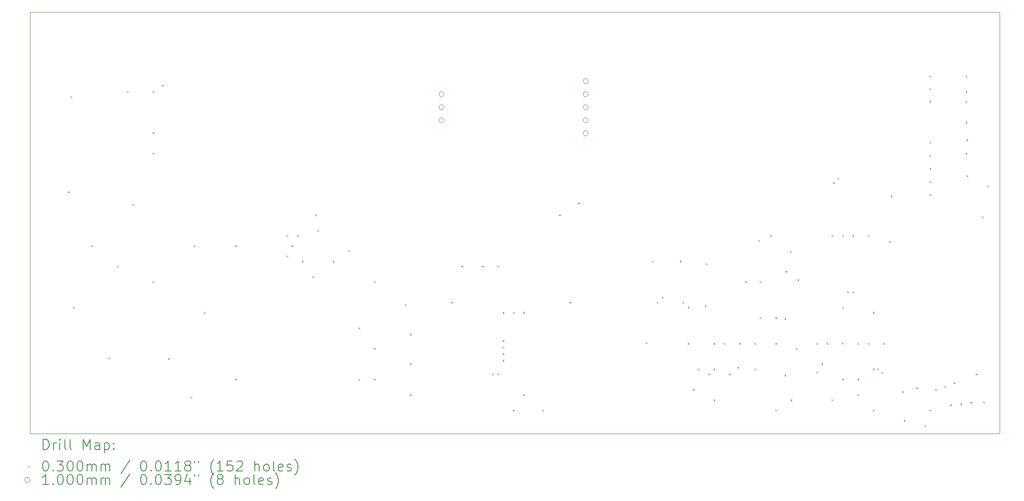
<source format=gbr>
%TF.GenerationSoftware,KiCad,Pcbnew,8.0.9-8.0.9-0~ubuntu22.04.1*%
%TF.CreationDate,2025-06-19T12:15:12-04:00*%
%TF.ProjectId,digital_waters,64696769-7461-46c5-9f77-61746572732e,rev?*%
%TF.SameCoordinates,Original*%
%TF.FileFunction,Drillmap*%
%TF.FilePolarity,Positive*%
%FSLAX45Y45*%
G04 Gerber Fmt 4.5, Leading zero omitted, Abs format (unit mm)*
G04 Created by KiCad (PCBNEW 8.0.9-8.0.9-0~ubuntu22.04.1) date 2025-06-19 12:15:12*
%MOMM*%
%LPD*%
G01*
G04 APERTURE LIST*
%ADD10C,0.050000*%
%ADD11C,0.200000*%
%ADD12C,0.100000*%
G04 APERTURE END LIST*
D10*
X5234733Y-4281882D02*
X24084732Y-4281882D01*
X24084732Y-12481882D01*
X5234733Y-12481882D01*
X5234733Y-4281882D01*
D11*
D12*
X5969732Y-7766882D02*
X5999732Y-7796882D01*
X5999732Y-7766882D02*
X5969732Y-7796882D01*
X6019732Y-5916882D02*
X6049732Y-5946882D01*
X6049732Y-5916882D02*
X6019732Y-5946882D01*
X6069732Y-10016882D02*
X6099732Y-10046882D01*
X6099732Y-10016882D02*
X6069732Y-10046882D01*
X6419732Y-8816882D02*
X6449732Y-8846882D01*
X6449732Y-8816882D02*
X6419732Y-8846882D01*
X6759732Y-11000850D02*
X6789732Y-11030850D01*
X6789732Y-11000850D02*
X6759732Y-11030850D01*
X6919732Y-9216882D02*
X6949732Y-9246882D01*
X6949732Y-9216882D02*
X6919732Y-9246882D01*
X7119732Y-5816882D02*
X7149732Y-5846882D01*
X7149732Y-5816882D02*
X7119732Y-5846882D01*
X7219732Y-8016882D02*
X7249732Y-8046882D01*
X7249732Y-8016882D02*
X7219732Y-8046882D01*
X7619732Y-5816882D02*
X7649732Y-5846882D01*
X7649732Y-5816882D02*
X7619732Y-5846882D01*
X7619732Y-6616882D02*
X7649732Y-6646882D01*
X7649732Y-6616882D02*
X7619732Y-6646882D01*
X7619732Y-7016882D02*
X7649732Y-7046882D01*
X7649732Y-7016882D02*
X7619732Y-7046882D01*
X7619732Y-9516882D02*
X7649732Y-9546882D01*
X7649732Y-9516882D02*
X7619732Y-9546882D01*
X7794732Y-5691882D02*
X7824732Y-5721882D01*
X7824732Y-5691882D02*
X7794732Y-5721882D01*
X7919732Y-11016882D02*
X7949732Y-11046882D01*
X7949732Y-11016882D02*
X7919732Y-11046882D01*
X8357232Y-11766882D02*
X8387232Y-11796882D01*
X8387232Y-11766882D02*
X8357232Y-11796882D01*
X8419733Y-8816882D02*
X8449733Y-8846882D01*
X8449733Y-8816882D02*
X8419733Y-8846882D01*
X8607233Y-10116882D02*
X8637233Y-10146882D01*
X8637233Y-10116882D02*
X8607233Y-10146882D01*
X9219733Y-8816882D02*
X9249733Y-8846882D01*
X9249733Y-8816882D02*
X9219733Y-8846882D01*
X9219733Y-11416882D02*
X9249733Y-11446882D01*
X9249733Y-11416882D02*
X9219733Y-11446882D01*
X10219733Y-8616882D02*
X10249733Y-8646882D01*
X10249733Y-8616882D02*
X10219733Y-8646882D01*
X10219733Y-9016882D02*
X10249733Y-9046882D01*
X10249733Y-9016882D02*
X10219733Y-9046882D01*
X10319733Y-8816882D02*
X10349733Y-8846882D01*
X10349733Y-8816882D02*
X10319733Y-8846882D01*
X10424733Y-8621882D02*
X10454733Y-8651882D01*
X10454733Y-8621882D02*
X10424733Y-8651882D01*
X10519733Y-9116882D02*
X10549733Y-9146882D01*
X10549733Y-9116882D02*
X10519733Y-9146882D01*
X10719733Y-9416882D02*
X10749733Y-9446882D01*
X10749733Y-9416882D02*
X10719733Y-9446882D01*
X10779733Y-8216882D02*
X10809733Y-8246882D01*
X10809733Y-8216882D02*
X10779733Y-8246882D01*
X10819733Y-8516882D02*
X10849733Y-8546882D01*
X10849733Y-8516882D02*
X10819733Y-8546882D01*
X11119733Y-9116882D02*
X11149733Y-9146882D01*
X11149733Y-9116882D02*
X11119733Y-9146882D01*
X11419732Y-8916882D02*
X11449732Y-8946882D01*
X11449732Y-8916882D02*
X11419732Y-8946882D01*
X11619732Y-10416882D02*
X11649732Y-10446882D01*
X11649732Y-10416882D02*
X11619732Y-10446882D01*
X11619732Y-11416882D02*
X11649732Y-11446882D01*
X11649732Y-11416882D02*
X11619732Y-11446882D01*
X11919732Y-9516882D02*
X11949732Y-9546882D01*
X11949732Y-9516882D02*
X11919732Y-9546882D01*
X11919732Y-10816882D02*
X11949732Y-10846882D01*
X11949732Y-10816882D02*
X11919732Y-10846882D01*
X11919732Y-11416882D02*
X11949732Y-11446882D01*
X11949732Y-11416882D02*
X11919732Y-11446882D01*
X12519732Y-9966882D02*
X12549732Y-9996882D01*
X12549732Y-9966882D02*
X12519732Y-9996882D01*
X12619732Y-10542547D02*
X12649732Y-10572547D01*
X12649732Y-10542547D02*
X12619732Y-10572547D01*
X12619732Y-11116882D02*
X12649732Y-11146882D01*
X12649732Y-11116882D02*
X12619732Y-11146882D01*
X12619732Y-11716882D02*
X12649732Y-11746882D01*
X12649732Y-11716882D02*
X12619732Y-11746882D01*
X13419732Y-9916882D02*
X13449732Y-9946882D01*
X13449732Y-9916882D02*
X13419732Y-9946882D01*
X13619732Y-9216882D02*
X13649732Y-9246882D01*
X13649732Y-9216882D02*
X13619732Y-9246882D01*
X14019732Y-9216882D02*
X14049732Y-9246882D01*
X14049732Y-9216882D02*
X14019732Y-9246882D01*
X14219732Y-11316882D02*
X14249732Y-11346882D01*
X14249732Y-11316882D02*
X14219732Y-11346882D01*
X14319732Y-9216882D02*
X14349732Y-9246882D01*
X14349732Y-9216882D02*
X14319732Y-9246882D01*
X14319732Y-11316882D02*
X14349732Y-11346882D01*
X14349732Y-11316882D02*
X14319732Y-11346882D01*
X14418779Y-10793642D02*
X14448779Y-10823642D01*
X14448779Y-10793642D02*
X14418779Y-10823642D01*
X14419732Y-10116882D02*
X14449732Y-10146882D01*
X14449732Y-10116882D02*
X14419732Y-10146882D01*
X14419732Y-10666882D02*
X14449732Y-10696882D01*
X14449732Y-10666882D02*
X14419732Y-10696882D01*
X14419732Y-10920882D02*
X14449732Y-10950882D01*
X14449732Y-10920882D02*
X14419732Y-10950882D01*
X14419732Y-11047882D02*
X14449732Y-11077882D01*
X14449732Y-11047882D02*
X14419732Y-11077882D01*
X14619732Y-10116882D02*
X14649732Y-10146882D01*
X14649732Y-10116882D02*
X14619732Y-10146882D01*
X14619732Y-12016882D02*
X14649732Y-12046882D01*
X14649732Y-12016882D02*
X14619732Y-12046882D01*
X14819732Y-10116882D02*
X14849732Y-10146882D01*
X14849732Y-10116882D02*
X14819732Y-10146882D01*
X14819732Y-11716882D02*
X14849732Y-11746882D01*
X14849732Y-11716882D02*
X14819732Y-11746882D01*
X15191940Y-12016882D02*
X15221940Y-12046882D01*
X15221940Y-12016882D02*
X15191940Y-12046882D01*
X15519732Y-8216882D02*
X15549732Y-8246882D01*
X15549732Y-8216882D02*
X15519732Y-8246882D01*
X15719732Y-9916882D02*
X15749732Y-9946882D01*
X15749732Y-9916882D02*
X15719732Y-9946882D01*
X15889732Y-7986882D02*
X15919732Y-8016882D01*
X15919732Y-7986882D02*
X15889732Y-8016882D01*
X17207000Y-10704149D02*
X17237000Y-10734149D01*
X17237000Y-10704149D02*
X17207000Y-10734149D01*
X17319733Y-9116882D02*
X17349733Y-9146882D01*
X17349733Y-9116882D02*
X17319733Y-9146882D01*
X17419733Y-9916882D02*
X17449733Y-9946882D01*
X17449733Y-9916882D02*
X17419733Y-9946882D01*
X17519733Y-9816882D02*
X17549733Y-9846882D01*
X17549733Y-9816882D02*
X17519733Y-9846882D01*
X17866295Y-9116882D02*
X17896295Y-9146882D01*
X17896295Y-9116882D02*
X17866295Y-9146882D01*
X17919733Y-9916882D02*
X17949733Y-9946882D01*
X17949733Y-9916882D02*
X17919733Y-9946882D01*
X18019733Y-10016882D02*
X18049733Y-10046882D01*
X18049733Y-10016882D02*
X18019733Y-10046882D01*
X18019733Y-10716882D02*
X18049733Y-10746882D01*
X18049733Y-10716882D02*
X18019733Y-10746882D01*
X18119733Y-11616882D02*
X18149733Y-11646882D01*
X18149733Y-11616882D02*
X18119733Y-11646882D01*
X18219733Y-11216882D02*
X18249733Y-11246882D01*
X18249733Y-11216882D02*
X18219733Y-11246882D01*
X18349648Y-9986966D02*
X18379648Y-10016966D01*
X18379648Y-9986966D02*
X18349648Y-10016966D01*
X18369733Y-9166882D02*
X18399733Y-9196882D01*
X18399733Y-9166882D02*
X18369733Y-9196882D01*
X18419733Y-11316882D02*
X18449733Y-11346882D01*
X18449733Y-11316882D02*
X18419733Y-11346882D01*
X18519733Y-10716882D02*
X18549733Y-10746882D01*
X18549733Y-10716882D02*
X18519733Y-10746882D01*
X18519733Y-11216882D02*
X18549733Y-11246882D01*
X18549733Y-11216882D02*
X18519733Y-11246882D01*
X18519733Y-11816882D02*
X18549733Y-11846882D01*
X18549733Y-11816882D02*
X18519733Y-11846882D01*
X18719733Y-10716882D02*
X18749733Y-10746882D01*
X18749733Y-10716882D02*
X18719733Y-10746882D01*
X18819733Y-11316882D02*
X18849733Y-11346882D01*
X18849733Y-11316882D02*
X18819733Y-11346882D01*
X18985000Y-11182149D02*
X19015000Y-11212149D01*
X19015000Y-11182149D02*
X18985000Y-11212149D01*
X19019733Y-10716882D02*
X19049733Y-10746882D01*
X19049733Y-10716882D02*
X19019733Y-10746882D01*
X19136295Y-9516882D02*
X19166295Y-9546882D01*
X19166295Y-9516882D02*
X19136295Y-9546882D01*
X19319733Y-10716882D02*
X19349733Y-10746882D01*
X19349733Y-10716882D02*
X19319733Y-10746882D01*
X19319733Y-11216882D02*
X19349733Y-11246882D01*
X19349733Y-11216882D02*
X19319733Y-11246882D01*
X19390295Y-8716882D02*
X19420295Y-8746882D01*
X19420295Y-8716882D02*
X19390295Y-8746882D01*
X19419733Y-9516882D02*
X19449733Y-9546882D01*
X19449733Y-9516882D02*
X19419733Y-9546882D01*
X19419733Y-10216882D02*
X19449733Y-10246882D01*
X19449733Y-10216882D02*
X19419733Y-10246882D01*
X19619733Y-8616882D02*
X19649733Y-8646882D01*
X19649733Y-8616882D02*
X19619733Y-8646882D01*
X19719733Y-10216882D02*
X19749733Y-10246882D01*
X19749733Y-10216882D02*
X19719733Y-10246882D01*
X19719733Y-10716882D02*
X19749733Y-10746882D01*
X19749733Y-10716882D02*
X19719733Y-10746882D01*
X19719733Y-12016882D02*
X19749733Y-12046882D01*
X19749733Y-12016882D02*
X19719733Y-12046882D01*
X19898702Y-10237912D02*
X19928702Y-10267912D01*
X19928702Y-10237912D02*
X19898702Y-10267912D01*
X19898702Y-11337912D02*
X19928702Y-11367912D01*
X19928702Y-11337912D02*
X19898702Y-11367912D01*
X19919234Y-9316882D02*
X19949234Y-9346882D01*
X19949234Y-9316882D02*
X19919234Y-9346882D01*
X20008432Y-8928182D02*
X20038432Y-8958182D01*
X20038432Y-8928182D02*
X20008432Y-8958182D01*
X20019733Y-11816882D02*
X20049733Y-11846882D01*
X20049733Y-11816882D02*
X20019733Y-11846882D01*
X20119733Y-10816882D02*
X20149733Y-10846882D01*
X20149733Y-10816882D02*
X20119733Y-10846882D01*
X20152295Y-9484319D02*
X20182295Y-9514319D01*
X20182295Y-9484319D02*
X20152295Y-9514319D01*
X20519733Y-10716882D02*
X20549733Y-10746882D01*
X20549733Y-10716882D02*
X20519733Y-10746882D01*
X20519733Y-11276882D02*
X20549733Y-11306882D01*
X20549733Y-11276882D02*
X20519733Y-11306882D01*
X20619733Y-11116882D02*
X20649733Y-11146882D01*
X20649733Y-11116882D02*
X20619733Y-11146882D01*
X20719733Y-10716882D02*
X20749733Y-10746882D01*
X20749733Y-10716882D02*
X20719733Y-10746882D01*
X20819733Y-8616882D02*
X20849733Y-8646882D01*
X20849733Y-8616882D02*
X20819733Y-8646882D01*
X20819733Y-11816882D02*
X20849733Y-11846882D01*
X20849733Y-11816882D02*
X20819733Y-11846882D01*
X20845233Y-7591382D02*
X20875233Y-7621382D01*
X20875233Y-7591382D02*
X20845233Y-7621382D01*
X20926010Y-7510604D02*
X20956010Y-7540604D01*
X20956010Y-7510604D02*
X20926010Y-7540604D01*
X21017000Y-10714149D02*
X21047000Y-10744149D01*
X21047000Y-10714149D02*
X21017000Y-10744149D01*
X21019733Y-8616882D02*
X21049733Y-8646882D01*
X21049733Y-8616882D02*
X21019733Y-8646882D01*
X21019733Y-10016882D02*
X21049733Y-10046882D01*
X21049733Y-10016882D02*
X21019733Y-10046882D01*
X21019733Y-11416882D02*
X21049733Y-11446882D01*
X21049733Y-11416882D02*
X21019733Y-11446882D01*
X21119733Y-9716882D02*
X21149733Y-9746882D01*
X21149733Y-9716882D02*
X21119733Y-9746882D01*
X21219733Y-8616882D02*
X21249733Y-8646882D01*
X21249733Y-8616882D02*
X21219733Y-8646882D01*
X21219733Y-9716882D02*
X21249733Y-9746882D01*
X21249733Y-9716882D02*
X21219733Y-9746882D01*
X21319733Y-10716882D02*
X21349733Y-10746882D01*
X21349733Y-10716882D02*
X21319733Y-10746882D01*
X21319733Y-11716882D02*
X21349733Y-11746882D01*
X21349733Y-11716882D02*
X21319733Y-11746882D01*
X21320068Y-11411353D02*
X21350068Y-11441353D01*
X21350068Y-11411353D02*
X21320068Y-11441353D01*
X21519733Y-8616882D02*
X21549733Y-8646882D01*
X21549733Y-8616882D02*
X21519733Y-8646882D01*
X21519733Y-10716882D02*
X21549733Y-10746882D01*
X21549733Y-10716882D02*
X21519733Y-10746882D01*
X21619733Y-10116882D02*
X21649733Y-10146882D01*
X21649733Y-10116882D02*
X21619733Y-10146882D01*
X21619733Y-11216882D02*
X21649733Y-11246882D01*
X21649733Y-11216882D02*
X21619733Y-11246882D01*
X21619733Y-12016882D02*
X21649733Y-12046882D01*
X21649733Y-12016882D02*
X21619733Y-12046882D01*
X21702159Y-11214455D02*
X21732159Y-11244455D01*
X21732159Y-11214455D02*
X21702159Y-11244455D01*
X21785000Y-11285000D02*
X21815000Y-11315000D01*
X21815000Y-11285000D02*
X21785000Y-11315000D01*
X21819733Y-10716882D02*
X21849733Y-10746882D01*
X21849733Y-10716882D02*
X21819733Y-10746882D01*
X21930312Y-8739048D02*
X21960312Y-8769048D01*
X21960312Y-8739048D02*
X21930312Y-8769048D01*
X21963483Y-7850132D02*
X21993483Y-7880132D01*
X21993483Y-7850132D02*
X21963483Y-7880132D01*
X22185000Y-11656882D02*
X22215000Y-11686882D01*
X22215000Y-11656882D02*
X22185000Y-11686882D01*
X22219733Y-12216882D02*
X22249733Y-12246882D01*
X22249733Y-12216882D02*
X22219733Y-12246882D01*
X22460528Y-11585000D02*
X22490528Y-11615000D01*
X22490528Y-11585000D02*
X22460528Y-11615000D01*
X22619732Y-12316882D02*
X22649732Y-12346882D01*
X22649732Y-12316882D02*
X22619732Y-12346882D01*
X22719732Y-5516882D02*
X22749732Y-5546882D01*
X22749732Y-5516882D02*
X22719732Y-5546882D01*
X22719732Y-5762882D02*
X22749732Y-5792882D01*
X22749732Y-5762882D02*
X22719732Y-5792882D01*
X22719732Y-6003215D02*
X22749732Y-6033215D01*
X22749732Y-6003215D02*
X22719732Y-6033215D01*
X22719732Y-6800882D02*
X22749732Y-6830882D01*
X22749732Y-6800882D02*
X22719732Y-6830882D01*
X22719732Y-7054882D02*
X22749732Y-7084882D01*
X22749732Y-7054882D02*
X22719732Y-7084882D01*
X22719732Y-7316882D02*
X22749732Y-7346882D01*
X22749732Y-7316882D02*
X22719732Y-7346882D01*
X22719732Y-7572913D02*
X22749732Y-7602913D01*
X22749732Y-7572913D02*
X22719732Y-7602913D01*
X22719732Y-7816882D02*
X22749732Y-7846882D01*
X22749732Y-7816882D02*
X22719732Y-7846882D01*
X22719732Y-12016882D02*
X22749732Y-12046882D01*
X22749732Y-12016882D02*
X22719732Y-12046882D01*
X22828978Y-11610980D02*
X22858978Y-11640980D01*
X22858978Y-11610980D02*
X22828978Y-11640980D01*
X23008800Y-11556882D02*
X23038800Y-11586882D01*
X23038800Y-11556882D02*
X23008800Y-11586882D01*
X23119732Y-11916882D02*
X23149732Y-11946882D01*
X23149732Y-11916882D02*
X23119732Y-11946882D01*
X23190765Y-11485000D02*
X23220765Y-11515000D01*
X23220765Y-11485000D02*
X23190765Y-11515000D01*
X23319732Y-11896474D02*
X23349732Y-11926474D01*
X23349732Y-11896474D02*
X23319732Y-11926474D01*
X23419732Y-5516882D02*
X23449732Y-5546882D01*
X23449732Y-5516882D02*
X23419732Y-5546882D01*
X23419732Y-5816882D02*
X23449732Y-5846882D01*
X23449732Y-5816882D02*
X23419732Y-5846882D01*
X23419732Y-6016882D02*
X23449732Y-6046882D01*
X23449732Y-6016882D02*
X23419732Y-6046882D01*
X23419732Y-6416882D02*
X23449732Y-6446882D01*
X23449732Y-6416882D02*
X23419732Y-6446882D01*
X23419732Y-7016882D02*
X23449732Y-7046882D01*
X23449732Y-7016882D02*
X23419732Y-7046882D01*
X23438732Y-6754882D02*
X23468732Y-6784882D01*
X23468732Y-6754882D02*
X23438732Y-6784882D01*
X23438732Y-7454882D02*
X23468732Y-7484882D01*
X23468732Y-7454882D02*
X23438732Y-7484882D01*
X23519732Y-11866686D02*
X23549732Y-11896686D01*
X23549732Y-11866686D02*
X23519732Y-11896686D01*
X23619732Y-11316882D02*
X23649732Y-11346882D01*
X23649732Y-11316882D02*
X23619732Y-11346882D01*
X23738732Y-8254882D02*
X23768732Y-8284882D01*
X23768732Y-8254882D02*
X23738732Y-8284882D01*
X23763813Y-11860962D02*
X23793813Y-11890962D01*
X23793813Y-11860962D02*
X23763813Y-11890962D01*
X23838732Y-7654882D02*
X23868732Y-7684882D01*
X23868732Y-7654882D02*
X23838732Y-7684882D01*
X13284732Y-5877882D02*
G75*
G02*
X13184732Y-5877882I-50000J0D01*
G01*
X13184732Y-5877882D02*
G75*
G02*
X13284732Y-5877882I50000J0D01*
G01*
X13284732Y-6131882D02*
G75*
G02*
X13184732Y-6131882I-50000J0D01*
G01*
X13184732Y-6131882D02*
G75*
G02*
X13284732Y-6131882I50000J0D01*
G01*
X13284732Y-6385882D02*
G75*
G02*
X13184732Y-6385882I-50000J0D01*
G01*
X13184732Y-6385882D02*
G75*
G02*
X13284732Y-6385882I50000J0D01*
G01*
X16087232Y-5623882D02*
G75*
G02*
X15987232Y-5623882I-50000J0D01*
G01*
X15987232Y-5623882D02*
G75*
G02*
X16087232Y-5623882I50000J0D01*
G01*
X16087232Y-5877882D02*
G75*
G02*
X15987232Y-5877882I-50000J0D01*
G01*
X15987232Y-5877882D02*
G75*
G02*
X16087232Y-5877882I50000J0D01*
G01*
X16087232Y-6131882D02*
G75*
G02*
X15987232Y-6131882I-50000J0D01*
G01*
X15987232Y-6131882D02*
G75*
G02*
X16087232Y-6131882I50000J0D01*
G01*
X16087232Y-6385882D02*
G75*
G02*
X15987232Y-6385882I-50000J0D01*
G01*
X15987232Y-6385882D02*
G75*
G02*
X16087232Y-6385882I50000J0D01*
G01*
X16087232Y-6639882D02*
G75*
G02*
X15987232Y-6639882I-50000J0D01*
G01*
X15987232Y-6639882D02*
G75*
G02*
X16087232Y-6639882I50000J0D01*
G01*
D11*
X5493009Y-12795865D02*
X5493009Y-12595865D01*
X5493009Y-12595865D02*
X5540628Y-12595865D01*
X5540628Y-12595865D02*
X5569200Y-12605389D01*
X5569200Y-12605389D02*
X5588247Y-12624437D01*
X5588247Y-12624437D02*
X5597771Y-12643484D01*
X5597771Y-12643484D02*
X5607295Y-12681580D01*
X5607295Y-12681580D02*
X5607295Y-12710151D01*
X5607295Y-12710151D02*
X5597771Y-12748246D01*
X5597771Y-12748246D02*
X5588247Y-12767294D01*
X5588247Y-12767294D02*
X5569200Y-12786342D01*
X5569200Y-12786342D02*
X5540628Y-12795865D01*
X5540628Y-12795865D02*
X5493009Y-12795865D01*
X5693009Y-12795865D02*
X5693009Y-12662532D01*
X5693009Y-12700627D02*
X5702533Y-12681580D01*
X5702533Y-12681580D02*
X5712057Y-12672056D01*
X5712057Y-12672056D02*
X5731104Y-12662532D01*
X5731104Y-12662532D02*
X5750152Y-12662532D01*
X5816819Y-12795865D02*
X5816819Y-12662532D01*
X5816819Y-12595865D02*
X5807295Y-12605389D01*
X5807295Y-12605389D02*
X5816819Y-12614913D01*
X5816819Y-12614913D02*
X5826343Y-12605389D01*
X5826343Y-12605389D02*
X5816819Y-12595865D01*
X5816819Y-12595865D02*
X5816819Y-12614913D01*
X5940628Y-12795865D02*
X5921581Y-12786342D01*
X5921581Y-12786342D02*
X5912057Y-12767294D01*
X5912057Y-12767294D02*
X5912057Y-12595865D01*
X6045390Y-12795865D02*
X6026343Y-12786342D01*
X6026343Y-12786342D02*
X6016819Y-12767294D01*
X6016819Y-12767294D02*
X6016819Y-12595865D01*
X6273962Y-12795865D02*
X6273962Y-12595865D01*
X6273962Y-12595865D02*
X6340628Y-12738722D01*
X6340628Y-12738722D02*
X6407295Y-12595865D01*
X6407295Y-12595865D02*
X6407295Y-12795865D01*
X6588247Y-12795865D02*
X6588247Y-12691103D01*
X6588247Y-12691103D02*
X6578724Y-12672056D01*
X6578724Y-12672056D02*
X6559676Y-12662532D01*
X6559676Y-12662532D02*
X6521581Y-12662532D01*
X6521581Y-12662532D02*
X6502533Y-12672056D01*
X6588247Y-12786342D02*
X6569200Y-12795865D01*
X6569200Y-12795865D02*
X6521581Y-12795865D01*
X6521581Y-12795865D02*
X6502533Y-12786342D01*
X6502533Y-12786342D02*
X6493009Y-12767294D01*
X6493009Y-12767294D02*
X6493009Y-12748246D01*
X6493009Y-12748246D02*
X6502533Y-12729199D01*
X6502533Y-12729199D02*
X6521581Y-12719675D01*
X6521581Y-12719675D02*
X6569200Y-12719675D01*
X6569200Y-12719675D02*
X6588247Y-12710151D01*
X6683485Y-12662532D02*
X6683485Y-12862532D01*
X6683485Y-12672056D02*
X6702533Y-12662532D01*
X6702533Y-12662532D02*
X6740628Y-12662532D01*
X6740628Y-12662532D02*
X6759676Y-12672056D01*
X6759676Y-12672056D02*
X6769200Y-12681580D01*
X6769200Y-12681580D02*
X6778724Y-12700627D01*
X6778724Y-12700627D02*
X6778724Y-12757770D01*
X6778724Y-12757770D02*
X6769200Y-12776818D01*
X6769200Y-12776818D02*
X6759676Y-12786342D01*
X6759676Y-12786342D02*
X6740628Y-12795865D01*
X6740628Y-12795865D02*
X6702533Y-12795865D01*
X6702533Y-12795865D02*
X6683485Y-12786342D01*
X6864438Y-12776818D02*
X6873962Y-12786342D01*
X6873962Y-12786342D02*
X6864438Y-12795865D01*
X6864438Y-12795865D02*
X6854914Y-12786342D01*
X6854914Y-12786342D02*
X6864438Y-12776818D01*
X6864438Y-12776818D02*
X6864438Y-12795865D01*
X6864438Y-12672056D02*
X6873962Y-12681580D01*
X6873962Y-12681580D02*
X6864438Y-12691103D01*
X6864438Y-12691103D02*
X6854914Y-12681580D01*
X6854914Y-12681580D02*
X6864438Y-12672056D01*
X6864438Y-12672056D02*
X6864438Y-12691103D01*
D12*
X5202233Y-13109382D02*
X5232233Y-13139382D01*
X5232233Y-13109382D02*
X5202233Y-13139382D01*
D11*
X5531105Y-13015865D02*
X5550152Y-13015865D01*
X5550152Y-13015865D02*
X5569200Y-13025389D01*
X5569200Y-13025389D02*
X5578724Y-13034913D01*
X5578724Y-13034913D02*
X5588247Y-13053961D01*
X5588247Y-13053961D02*
X5597771Y-13092056D01*
X5597771Y-13092056D02*
X5597771Y-13139675D01*
X5597771Y-13139675D02*
X5588247Y-13177770D01*
X5588247Y-13177770D02*
X5578724Y-13196818D01*
X5578724Y-13196818D02*
X5569200Y-13206342D01*
X5569200Y-13206342D02*
X5550152Y-13215865D01*
X5550152Y-13215865D02*
X5531105Y-13215865D01*
X5531105Y-13215865D02*
X5512057Y-13206342D01*
X5512057Y-13206342D02*
X5502533Y-13196818D01*
X5502533Y-13196818D02*
X5493009Y-13177770D01*
X5493009Y-13177770D02*
X5483486Y-13139675D01*
X5483486Y-13139675D02*
X5483486Y-13092056D01*
X5483486Y-13092056D02*
X5493009Y-13053961D01*
X5493009Y-13053961D02*
X5502533Y-13034913D01*
X5502533Y-13034913D02*
X5512057Y-13025389D01*
X5512057Y-13025389D02*
X5531105Y-13015865D01*
X5683485Y-13196818D02*
X5693009Y-13206342D01*
X5693009Y-13206342D02*
X5683485Y-13215865D01*
X5683485Y-13215865D02*
X5673962Y-13206342D01*
X5673962Y-13206342D02*
X5683485Y-13196818D01*
X5683485Y-13196818D02*
X5683485Y-13215865D01*
X5759676Y-13015865D02*
X5883485Y-13015865D01*
X5883485Y-13015865D02*
X5816819Y-13092056D01*
X5816819Y-13092056D02*
X5845390Y-13092056D01*
X5845390Y-13092056D02*
X5864438Y-13101580D01*
X5864438Y-13101580D02*
X5873962Y-13111103D01*
X5873962Y-13111103D02*
X5883485Y-13130151D01*
X5883485Y-13130151D02*
X5883485Y-13177770D01*
X5883485Y-13177770D02*
X5873962Y-13196818D01*
X5873962Y-13196818D02*
X5864438Y-13206342D01*
X5864438Y-13206342D02*
X5845390Y-13215865D01*
X5845390Y-13215865D02*
X5788247Y-13215865D01*
X5788247Y-13215865D02*
X5769200Y-13206342D01*
X5769200Y-13206342D02*
X5759676Y-13196818D01*
X6007295Y-13015865D02*
X6026343Y-13015865D01*
X6026343Y-13015865D02*
X6045390Y-13025389D01*
X6045390Y-13025389D02*
X6054914Y-13034913D01*
X6054914Y-13034913D02*
X6064438Y-13053961D01*
X6064438Y-13053961D02*
X6073962Y-13092056D01*
X6073962Y-13092056D02*
X6073962Y-13139675D01*
X6073962Y-13139675D02*
X6064438Y-13177770D01*
X6064438Y-13177770D02*
X6054914Y-13196818D01*
X6054914Y-13196818D02*
X6045390Y-13206342D01*
X6045390Y-13206342D02*
X6026343Y-13215865D01*
X6026343Y-13215865D02*
X6007295Y-13215865D01*
X6007295Y-13215865D02*
X5988247Y-13206342D01*
X5988247Y-13206342D02*
X5978724Y-13196818D01*
X5978724Y-13196818D02*
X5969200Y-13177770D01*
X5969200Y-13177770D02*
X5959676Y-13139675D01*
X5959676Y-13139675D02*
X5959676Y-13092056D01*
X5959676Y-13092056D02*
X5969200Y-13053961D01*
X5969200Y-13053961D02*
X5978724Y-13034913D01*
X5978724Y-13034913D02*
X5988247Y-13025389D01*
X5988247Y-13025389D02*
X6007295Y-13015865D01*
X6197771Y-13015865D02*
X6216819Y-13015865D01*
X6216819Y-13015865D02*
X6235866Y-13025389D01*
X6235866Y-13025389D02*
X6245390Y-13034913D01*
X6245390Y-13034913D02*
X6254914Y-13053961D01*
X6254914Y-13053961D02*
X6264438Y-13092056D01*
X6264438Y-13092056D02*
X6264438Y-13139675D01*
X6264438Y-13139675D02*
X6254914Y-13177770D01*
X6254914Y-13177770D02*
X6245390Y-13196818D01*
X6245390Y-13196818D02*
X6235866Y-13206342D01*
X6235866Y-13206342D02*
X6216819Y-13215865D01*
X6216819Y-13215865D02*
X6197771Y-13215865D01*
X6197771Y-13215865D02*
X6178724Y-13206342D01*
X6178724Y-13206342D02*
X6169200Y-13196818D01*
X6169200Y-13196818D02*
X6159676Y-13177770D01*
X6159676Y-13177770D02*
X6150152Y-13139675D01*
X6150152Y-13139675D02*
X6150152Y-13092056D01*
X6150152Y-13092056D02*
X6159676Y-13053961D01*
X6159676Y-13053961D02*
X6169200Y-13034913D01*
X6169200Y-13034913D02*
X6178724Y-13025389D01*
X6178724Y-13025389D02*
X6197771Y-13015865D01*
X6350152Y-13215865D02*
X6350152Y-13082532D01*
X6350152Y-13101580D02*
X6359676Y-13092056D01*
X6359676Y-13092056D02*
X6378724Y-13082532D01*
X6378724Y-13082532D02*
X6407295Y-13082532D01*
X6407295Y-13082532D02*
X6426343Y-13092056D01*
X6426343Y-13092056D02*
X6435866Y-13111103D01*
X6435866Y-13111103D02*
X6435866Y-13215865D01*
X6435866Y-13111103D02*
X6445390Y-13092056D01*
X6445390Y-13092056D02*
X6464438Y-13082532D01*
X6464438Y-13082532D02*
X6493009Y-13082532D01*
X6493009Y-13082532D02*
X6512057Y-13092056D01*
X6512057Y-13092056D02*
X6521581Y-13111103D01*
X6521581Y-13111103D02*
X6521581Y-13215865D01*
X6616819Y-13215865D02*
X6616819Y-13082532D01*
X6616819Y-13101580D02*
X6626343Y-13092056D01*
X6626343Y-13092056D02*
X6645390Y-13082532D01*
X6645390Y-13082532D02*
X6673962Y-13082532D01*
X6673962Y-13082532D02*
X6693009Y-13092056D01*
X6693009Y-13092056D02*
X6702533Y-13111103D01*
X6702533Y-13111103D02*
X6702533Y-13215865D01*
X6702533Y-13111103D02*
X6712057Y-13092056D01*
X6712057Y-13092056D02*
X6731105Y-13082532D01*
X6731105Y-13082532D02*
X6759676Y-13082532D01*
X6759676Y-13082532D02*
X6778724Y-13092056D01*
X6778724Y-13092056D02*
X6788247Y-13111103D01*
X6788247Y-13111103D02*
X6788247Y-13215865D01*
X7178724Y-13006342D02*
X7007295Y-13263484D01*
X7435867Y-13015865D02*
X7454914Y-13015865D01*
X7454914Y-13015865D02*
X7473962Y-13025389D01*
X7473962Y-13025389D02*
X7483486Y-13034913D01*
X7483486Y-13034913D02*
X7493009Y-13053961D01*
X7493009Y-13053961D02*
X7502533Y-13092056D01*
X7502533Y-13092056D02*
X7502533Y-13139675D01*
X7502533Y-13139675D02*
X7493009Y-13177770D01*
X7493009Y-13177770D02*
X7483486Y-13196818D01*
X7483486Y-13196818D02*
X7473962Y-13206342D01*
X7473962Y-13206342D02*
X7454914Y-13215865D01*
X7454914Y-13215865D02*
X7435867Y-13215865D01*
X7435867Y-13215865D02*
X7416819Y-13206342D01*
X7416819Y-13206342D02*
X7407295Y-13196818D01*
X7407295Y-13196818D02*
X7397771Y-13177770D01*
X7397771Y-13177770D02*
X7388248Y-13139675D01*
X7388248Y-13139675D02*
X7388248Y-13092056D01*
X7388248Y-13092056D02*
X7397771Y-13053961D01*
X7397771Y-13053961D02*
X7407295Y-13034913D01*
X7407295Y-13034913D02*
X7416819Y-13025389D01*
X7416819Y-13025389D02*
X7435867Y-13015865D01*
X7588248Y-13196818D02*
X7597771Y-13206342D01*
X7597771Y-13206342D02*
X7588248Y-13215865D01*
X7588248Y-13215865D02*
X7578724Y-13206342D01*
X7578724Y-13206342D02*
X7588248Y-13196818D01*
X7588248Y-13196818D02*
X7588248Y-13215865D01*
X7721581Y-13015865D02*
X7740629Y-13015865D01*
X7740629Y-13015865D02*
X7759676Y-13025389D01*
X7759676Y-13025389D02*
X7769200Y-13034913D01*
X7769200Y-13034913D02*
X7778724Y-13053961D01*
X7778724Y-13053961D02*
X7788248Y-13092056D01*
X7788248Y-13092056D02*
X7788248Y-13139675D01*
X7788248Y-13139675D02*
X7778724Y-13177770D01*
X7778724Y-13177770D02*
X7769200Y-13196818D01*
X7769200Y-13196818D02*
X7759676Y-13206342D01*
X7759676Y-13206342D02*
X7740629Y-13215865D01*
X7740629Y-13215865D02*
X7721581Y-13215865D01*
X7721581Y-13215865D02*
X7702533Y-13206342D01*
X7702533Y-13206342D02*
X7693009Y-13196818D01*
X7693009Y-13196818D02*
X7683486Y-13177770D01*
X7683486Y-13177770D02*
X7673962Y-13139675D01*
X7673962Y-13139675D02*
X7673962Y-13092056D01*
X7673962Y-13092056D02*
X7683486Y-13053961D01*
X7683486Y-13053961D02*
X7693009Y-13034913D01*
X7693009Y-13034913D02*
X7702533Y-13025389D01*
X7702533Y-13025389D02*
X7721581Y-13015865D01*
X7978724Y-13215865D02*
X7864438Y-13215865D01*
X7921581Y-13215865D02*
X7921581Y-13015865D01*
X7921581Y-13015865D02*
X7902533Y-13044437D01*
X7902533Y-13044437D02*
X7883486Y-13063484D01*
X7883486Y-13063484D02*
X7864438Y-13073008D01*
X8169200Y-13215865D02*
X8054914Y-13215865D01*
X8112057Y-13215865D02*
X8112057Y-13015865D01*
X8112057Y-13015865D02*
X8093009Y-13044437D01*
X8093009Y-13044437D02*
X8073962Y-13063484D01*
X8073962Y-13063484D02*
X8054914Y-13073008D01*
X8283486Y-13101580D02*
X8264438Y-13092056D01*
X8264438Y-13092056D02*
X8254914Y-13082532D01*
X8254914Y-13082532D02*
X8245390Y-13063484D01*
X8245390Y-13063484D02*
X8245390Y-13053961D01*
X8245390Y-13053961D02*
X8254914Y-13034913D01*
X8254914Y-13034913D02*
X8264438Y-13025389D01*
X8264438Y-13025389D02*
X8283486Y-13015865D01*
X8283486Y-13015865D02*
X8321581Y-13015865D01*
X8321581Y-13015865D02*
X8340629Y-13025389D01*
X8340629Y-13025389D02*
X8350152Y-13034913D01*
X8350152Y-13034913D02*
X8359676Y-13053961D01*
X8359676Y-13053961D02*
X8359676Y-13063484D01*
X8359676Y-13063484D02*
X8350152Y-13082532D01*
X8350152Y-13082532D02*
X8340629Y-13092056D01*
X8340629Y-13092056D02*
X8321581Y-13101580D01*
X8321581Y-13101580D02*
X8283486Y-13101580D01*
X8283486Y-13101580D02*
X8264438Y-13111103D01*
X8264438Y-13111103D02*
X8254914Y-13120627D01*
X8254914Y-13120627D02*
X8245390Y-13139675D01*
X8245390Y-13139675D02*
X8245390Y-13177770D01*
X8245390Y-13177770D02*
X8254914Y-13196818D01*
X8254914Y-13196818D02*
X8264438Y-13206342D01*
X8264438Y-13206342D02*
X8283486Y-13215865D01*
X8283486Y-13215865D02*
X8321581Y-13215865D01*
X8321581Y-13215865D02*
X8340629Y-13206342D01*
X8340629Y-13206342D02*
X8350152Y-13196818D01*
X8350152Y-13196818D02*
X8359676Y-13177770D01*
X8359676Y-13177770D02*
X8359676Y-13139675D01*
X8359676Y-13139675D02*
X8350152Y-13120627D01*
X8350152Y-13120627D02*
X8340629Y-13111103D01*
X8340629Y-13111103D02*
X8321581Y-13101580D01*
X8435867Y-13015865D02*
X8435867Y-13053961D01*
X8512057Y-13015865D02*
X8512057Y-13053961D01*
X8807295Y-13292056D02*
X8797772Y-13282532D01*
X8797772Y-13282532D02*
X8778724Y-13253961D01*
X8778724Y-13253961D02*
X8769200Y-13234913D01*
X8769200Y-13234913D02*
X8759676Y-13206342D01*
X8759676Y-13206342D02*
X8750153Y-13158722D01*
X8750153Y-13158722D02*
X8750153Y-13120627D01*
X8750153Y-13120627D02*
X8759676Y-13073008D01*
X8759676Y-13073008D02*
X8769200Y-13044437D01*
X8769200Y-13044437D02*
X8778724Y-13025389D01*
X8778724Y-13025389D02*
X8797772Y-12996818D01*
X8797772Y-12996818D02*
X8807295Y-12987294D01*
X8988248Y-13215865D02*
X8873962Y-13215865D01*
X8931105Y-13215865D02*
X8931105Y-13015865D01*
X8931105Y-13015865D02*
X8912057Y-13044437D01*
X8912057Y-13044437D02*
X8893010Y-13063484D01*
X8893010Y-13063484D02*
X8873962Y-13073008D01*
X9169200Y-13015865D02*
X9073962Y-13015865D01*
X9073962Y-13015865D02*
X9064438Y-13111103D01*
X9064438Y-13111103D02*
X9073962Y-13101580D01*
X9073962Y-13101580D02*
X9093010Y-13092056D01*
X9093010Y-13092056D02*
X9140629Y-13092056D01*
X9140629Y-13092056D02*
X9159676Y-13101580D01*
X9159676Y-13101580D02*
X9169200Y-13111103D01*
X9169200Y-13111103D02*
X9178724Y-13130151D01*
X9178724Y-13130151D02*
X9178724Y-13177770D01*
X9178724Y-13177770D02*
X9169200Y-13196818D01*
X9169200Y-13196818D02*
X9159676Y-13206342D01*
X9159676Y-13206342D02*
X9140629Y-13215865D01*
X9140629Y-13215865D02*
X9093010Y-13215865D01*
X9093010Y-13215865D02*
X9073962Y-13206342D01*
X9073962Y-13206342D02*
X9064438Y-13196818D01*
X9254914Y-13034913D02*
X9264438Y-13025389D01*
X9264438Y-13025389D02*
X9283486Y-13015865D01*
X9283486Y-13015865D02*
X9331105Y-13015865D01*
X9331105Y-13015865D02*
X9350153Y-13025389D01*
X9350153Y-13025389D02*
X9359676Y-13034913D01*
X9359676Y-13034913D02*
X9369200Y-13053961D01*
X9369200Y-13053961D02*
X9369200Y-13073008D01*
X9369200Y-13073008D02*
X9359676Y-13101580D01*
X9359676Y-13101580D02*
X9245391Y-13215865D01*
X9245391Y-13215865D02*
X9369200Y-13215865D01*
X9607295Y-13215865D02*
X9607295Y-13015865D01*
X9693010Y-13215865D02*
X9693010Y-13111103D01*
X9693010Y-13111103D02*
X9683486Y-13092056D01*
X9683486Y-13092056D02*
X9664438Y-13082532D01*
X9664438Y-13082532D02*
X9635867Y-13082532D01*
X9635867Y-13082532D02*
X9616819Y-13092056D01*
X9616819Y-13092056D02*
X9607295Y-13101580D01*
X9816819Y-13215865D02*
X9797772Y-13206342D01*
X9797772Y-13206342D02*
X9788248Y-13196818D01*
X9788248Y-13196818D02*
X9778724Y-13177770D01*
X9778724Y-13177770D02*
X9778724Y-13120627D01*
X9778724Y-13120627D02*
X9788248Y-13101580D01*
X9788248Y-13101580D02*
X9797772Y-13092056D01*
X9797772Y-13092056D02*
X9816819Y-13082532D01*
X9816819Y-13082532D02*
X9845391Y-13082532D01*
X9845391Y-13082532D02*
X9864438Y-13092056D01*
X9864438Y-13092056D02*
X9873962Y-13101580D01*
X9873962Y-13101580D02*
X9883486Y-13120627D01*
X9883486Y-13120627D02*
X9883486Y-13177770D01*
X9883486Y-13177770D02*
X9873962Y-13196818D01*
X9873962Y-13196818D02*
X9864438Y-13206342D01*
X9864438Y-13206342D02*
X9845391Y-13215865D01*
X9845391Y-13215865D02*
X9816819Y-13215865D01*
X9997772Y-13215865D02*
X9978724Y-13206342D01*
X9978724Y-13206342D02*
X9969200Y-13187294D01*
X9969200Y-13187294D02*
X9969200Y-13015865D01*
X10150153Y-13206342D02*
X10131105Y-13215865D01*
X10131105Y-13215865D02*
X10093010Y-13215865D01*
X10093010Y-13215865D02*
X10073962Y-13206342D01*
X10073962Y-13206342D02*
X10064438Y-13187294D01*
X10064438Y-13187294D02*
X10064438Y-13111103D01*
X10064438Y-13111103D02*
X10073962Y-13092056D01*
X10073962Y-13092056D02*
X10093010Y-13082532D01*
X10093010Y-13082532D02*
X10131105Y-13082532D01*
X10131105Y-13082532D02*
X10150153Y-13092056D01*
X10150153Y-13092056D02*
X10159676Y-13111103D01*
X10159676Y-13111103D02*
X10159676Y-13130151D01*
X10159676Y-13130151D02*
X10064438Y-13149199D01*
X10235867Y-13206342D02*
X10254915Y-13215865D01*
X10254915Y-13215865D02*
X10293010Y-13215865D01*
X10293010Y-13215865D02*
X10312057Y-13206342D01*
X10312057Y-13206342D02*
X10321581Y-13187294D01*
X10321581Y-13187294D02*
X10321581Y-13177770D01*
X10321581Y-13177770D02*
X10312057Y-13158722D01*
X10312057Y-13158722D02*
X10293010Y-13149199D01*
X10293010Y-13149199D02*
X10264438Y-13149199D01*
X10264438Y-13149199D02*
X10245391Y-13139675D01*
X10245391Y-13139675D02*
X10235867Y-13120627D01*
X10235867Y-13120627D02*
X10235867Y-13111103D01*
X10235867Y-13111103D02*
X10245391Y-13092056D01*
X10245391Y-13092056D02*
X10264438Y-13082532D01*
X10264438Y-13082532D02*
X10293010Y-13082532D01*
X10293010Y-13082532D02*
X10312057Y-13092056D01*
X10388248Y-13292056D02*
X10397772Y-13282532D01*
X10397772Y-13282532D02*
X10416819Y-13253961D01*
X10416819Y-13253961D02*
X10426343Y-13234913D01*
X10426343Y-13234913D02*
X10435867Y-13206342D01*
X10435867Y-13206342D02*
X10445391Y-13158722D01*
X10445391Y-13158722D02*
X10445391Y-13120627D01*
X10445391Y-13120627D02*
X10435867Y-13073008D01*
X10435867Y-13073008D02*
X10426343Y-13044437D01*
X10426343Y-13044437D02*
X10416819Y-13025389D01*
X10416819Y-13025389D02*
X10397772Y-12996818D01*
X10397772Y-12996818D02*
X10388248Y-12987294D01*
D12*
X5232233Y-13388382D02*
G75*
G02*
X5132233Y-13388382I-50000J0D01*
G01*
X5132233Y-13388382D02*
G75*
G02*
X5232233Y-13388382I50000J0D01*
G01*
D11*
X5597771Y-13479865D02*
X5483486Y-13479865D01*
X5540628Y-13479865D02*
X5540628Y-13279865D01*
X5540628Y-13279865D02*
X5521581Y-13308437D01*
X5521581Y-13308437D02*
X5502533Y-13327484D01*
X5502533Y-13327484D02*
X5483486Y-13337008D01*
X5683485Y-13460818D02*
X5693009Y-13470342D01*
X5693009Y-13470342D02*
X5683485Y-13479865D01*
X5683485Y-13479865D02*
X5673962Y-13470342D01*
X5673962Y-13470342D02*
X5683485Y-13460818D01*
X5683485Y-13460818D02*
X5683485Y-13479865D01*
X5816819Y-13279865D02*
X5835866Y-13279865D01*
X5835866Y-13279865D02*
X5854914Y-13289389D01*
X5854914Y-13289389D02*
X5864438Y-13298913D01*
X5864438Y-13298913D02*
X5873962Y-13317961D01*
X5873962Y-13317961D02*
X5883485Y-13356056D01*
X5883485Y-13356056D02*
X5883485Y-13403675D01*
X5883485Y-13403675D02*
X5873962Y-13441770D01*
X5873962Y-13441770D02*
X5864438Y-13460818D01*
X5864438Y-13460818D02*
X5854914Y-13470342D01*
X5854914Y-13470342D02*
X5835866Y-13479865D01*
X5835866Y-13479865D02*
X5816819Y-13479865D01*
X5816819Y-13479865D02*
X5797771Y-13470342D01*
X5797771Y-13470342D02*
X5788247Y-13460818D01*
X5788247Y-13460818D02*
X5778724Y-13441770D01*
X5778724Y-13441770D02*
X5769200Y-13403675D01*
X5769200Y-13403675D02*
X5769200Y-13356056D01*
X5769200Y-13356056D02*
X5778724Y-13317961D01*
X5778724Y-13317961D02*
X5788247Y-13298913D01*
X5788247Y-13298913D02*
X5797771Y-13289389D01*
X5797771Y-13289389D02*
X5816819Y-13279865D01*
X6007295Y-13279865D02*
X6026343Y-13279865D01*
X6026343Y-13279865D02*
X6045390Y-13289389D01*
X6045390Y-13289389D02*
X6054914Y-13298913D01*
X6054914Y-13298913D02*
X6064438Y-13317961D01*
X6064438Y-13317961D02*
X6073962Y-13356056D01*
X6073962Y-13356056D02*
X6073962Y-13403675D01*
X6073962Y-13403675D02*
X6064438Y-13441770D01*
X6064438Y-13441770D02*
X6054914Y-13460818D01*
X6054914Y-13460818D02*
X6045390Y-13470342D01*
X6045390Y-13470342D02*
X6026343Y-13479865D01*
X6026343Y-13479865D02*
X6007295Y-13479865D01*
X6007295Y-13479865D02*
X5988247Y-13470342D01*
X5988247Y-13470342D02*
X5978724Y-13460818D01*
X5978724Y-13460818D02*
X5969200Y-13441770D01*
X5969200Y-13441770D02*
X5959676Y-13403675D01*
X5959676Y-13403675D02*
X5959676Y-13356056D01*
X5959676Y-13356056D02*
X5969200Y-13317961D01*
X5969200Y-13317961D02*
X5978724Y-13298913D01*
X5978724Y-13298913D02*
X5988247Y-13289389D01*
X5988247Y-13289389D02*
X6007295Y-13279865D01*
X6197771Y-13279865D02*
X6216819Y-13279865D01*
X6216819Y-13279865D02*
X6235866Y-13289389D01*
X6235866Y-13289389D02*
X6245390Y-13298913D01*
X6245390Y-13298913D02*
X6254914Y-13317961D01*
X6254914Y-13317961D02*
X6264438Y-13356056D01*
X6264438Y-13356056D02*
X6264438Y-13403675D01*
X6264438Y-13403675D02*
X6254914Y-13441770D01*
X6254914Y-13441770D02*
X6245390Y-13460818D01*
X6245390Y-13460818D02*
X6235866Y-13470342D01*
X6235866Y-13470342D02*
X6216819Y-13479865D01*
X6216819Y-13479865D02*
X6197771Y-13479865D01*
X6197771Y-13479865D02*
X6178724Y-13470342D01*
X6178724Y-13470342D02*
X6169200Y-13460818D01*
X6169200Y-13460818D02*
X6159676Y-13441770D01*
X6159676Y-13441770D02*
X6150152Y-13403675D01*
X6150152Y-13403675D02*
X6150152Y-13356056D01*
X6150152Y-13356056D02*
X6159676Y-13317961D01*
X6159676Y-13317961D02*
X6169200Y-13298913D01*
X6169200Y-13298913D02*
X6178724Y-13289389D01*
X6178724Y-13289389D02*
X6197771Y-13279865D01*
X6350152Y-13479865D02*
X6350152Y-13346532D01*
X6350152Y-13365580D02*
X6359676Y-13356056D01*
X6359676Y-13356056D02*
X6378724Y-13346532D01*
X6378724Y-13346532D02*
X6407295Y-13346532D01*
X6407295Y-13346532D02*
X6426343Y-13356056D01*
X6426343Y-13356056D02*
X6435866Y-13375103D01*
X6435866Y-13375103D02*
X6435866Y-13479865D01*
X6435866Y-13375103D02*
X6445390Y-13356056D01*
X6445390Y-13356056D02*
X6464438Y-13346532D01*
X6464438Y-13346532D02*
X6493009Y-13346532D01*
X6493009Y-13346532D02*
X6512057Y-13356056D01*
X6512057Y-13356056D02*
X6521581Y-13375103D01*
X6521581Y-13375103D02*
X6521581Y-13479865D01*
X6616819Y-13479865D02*
X6616819Y-13346532D01*
X6616819Y-13365580D02*
X6626343Y-13356056D01*
X6626343Y-13356056D02*
X6645390Y-13346532D01*
X6645390Y-13346532D02*
X6673962Y-13346532D01*
X6673962Y-13346532D02*
X6693009Y-13356056D01*
X6693009Y-13356056D02*
X6702533Y-13375103D01*
X6702533Y-13375103D02*
X6702533Y-13479865D01*
X6702533Y-13375103D02*
X6712057Y-13356056D01*
X6712057Y-13356056D02*
X6731105Y-13346532D01*
X6731105Y-13346532D02*
X6759676Y-13346532D01*
X6759676Y-13346532D02*
X6778724Y-13356056D01*
X6778724Y-13356056D02*
X6788247Y-13375103D01*
X6788247Y-13375103D02*
X6788247Y-13479865D01*
X7178724Y-13270342D02*
X7007295Y-13527484D01*
X7435867Y-13279865D02*
X7454914Y-13279865D01*
X7454914Y-13279865D02*
X7473962Y-13289389D01*
X7473962Y-13289389D02*
X7483486Y-13298913D01*
X7483486Y-13298913D02*
X7493009Y-13317961D01*
X7493009Y-13317961D02*
X7502533Y-13356056D01*
X7502533Y-13356056D02*
X7502533Y-13403675D01*
X7502533Y-13403675D02*
X7493009Y-13441770D01*
X7493009Y-13441770D02*
X7483486Y-13460818D01*
X7483486Y-13460818D02*
X7473962Y-13470342D01*
X7473962Y-13470342D02*
X7454914Y-13479865D01*
X7454914Y-13479865D02*
X7435867Y-13479865D01*
X7435867Y-13479865D02*
X7416819Y-13470342D01*
X7416819Y-13470342D02*
X7407295Y-13460818D01*
X7407295Y-13460818D02*
X7397771Y-13441770D01*
X7397771Y-13441770D02*
X7388248Y-13403675D01*
X7388248Y-13403675D02*
X7388248Y-13356056D01*
X7388248Y-13356056D02*
X7397771Y-13317961D01*
X7397771Y-13317961D02*
X7407295Y-13298913D01*
X7407295Y-13298913D02*
X7416819Y-13289389D01*
X7416819Y-13289389D02*
X7435867Y-13279865D01*
X7588248Y-13460818D02*
X7597771Y-13470342D01*
X7597771Y-13470342D02*
X7588248Y-13479865D01*
X7588248Y-13479865D02*
X7578724Y-13470342D01*
X7578724Y-13470342D02*
X7588248Y-13460818D01*
X7588248Y-13460818D02*
X7588248Y-13479865D01*
X7721581Y-13279865D02*
X7740629Y-13279865D01*
X7740629Y-13279865D02*
X7759676Y-13289389D01*
X7759676Y-13289389D02*
X7769200Y-13298913D01*
X7769200Y-13298913D02*
X7778724Y-13317961D01*
X7778724Y-13317961D02*
X7788248Y-13356056D01*
X7788248Y-13356056D02*
X7788248Y-13403675D01*
X7788248Y-13403675D02*
X7778724Y-13441770D01*
X7778724Y-13441770D02*
X7769200Y-13460818D01*
X7769200Y-13460818D02*
X7759676Y-13470342D01*
X7759676Y-13470342D02*
X7740629Y-13479865D01*
X7740629Y-13479865D02*
X7721581Y-13479865D01*
X7721581Y-13479865D02*
X7702533Y-13470342D01*
X7702533Y-13470342D02*
X7693009Y-13460818D01*
X7693009Y-13460818D02*
X7683486Y-13441770D01*
X7683486Y-13441770D02*
X7673962Y-13403675D01*
X7673962Y-13403675D02*
X7673962Y-13356056D01*
X7673962Y-13356056D02*
X7683486Y-13317961D01*
X7683486Y-13317961D02*
X7693009Y-13298913D01*
X7693009Y-13298913D02*
X7702533Y-13289389D01*
X7702533Y-13289389D02*
X7721581Y-13279865D01*
X7854914Y-13279865D02*
X7978724Y-13279865D01*
X7978724Y-13279865D02*
X7912057Y-13356056D01*
X7912057Y-13356056D02*
X7940629Y-13356056D01*
X7940629Y-13356056D02*
X7959676Y-13365580D01*
X7959676Y-13365580D02*
X7969200Y-13375103D01*
X7969200Y-13375103D02*
X7978724Y-13394151D01*
X7978724Y-13394151D02*
X7978724Y-13441770D01*
X7978724Y-13441770D02*
X7969200Y-13460818D01*
X7969200Y-13460818D02*
X7959676Y-13470342D01*
X7959676Y-13470342D02*
X7940629Y-13479865D01*
X7940629Y-13479865D02*
X7883486Y-13479865D01*
X7883486Y-13479865D02*
X7864438Y-13470342D01*
X7864438Y-13470342D02*
X7854914Y-13460818D01*
X8073962Y-13479865D02*
X8112057Y-13479865D01*
X8112057Y-13479865D02*
X8131105Y-13470342D01*
X8131105Y-13470342D02*
X8140629Y-13460818D01*
X8140629Y-13460818D02*
X8159676Y-13432246D01*
X8159676Y-13432246D02*
X8169200Y-13394151D01*
X8169200Y-13394151D02*
X8169200Y-13317961D01*
X8169200Y-13317961D02*
X8159676Y-13298913D01*
X8159676Y-13298913D02*
X8150152Y-13289389D01*
X8150152Y-13289389D02*
X8131105Y-13279865D01*
X8131105Y-13279865D02*
X8093009Y-13279865D01*
X8093009Y-13279865D02*
X8073962Y-13289389D01*
X8073962Y-13289389D02*
X8064438Y-13298913D01*
X8064438Y-13298913D02*
X8054914Y-13317961D01*
X8054914Y-13317961D02*
X8054914Y-13365580D01*
X8054914Y-13365580D02*
X8064438Y-13384627D01*
X8064438Y-13384627D02*
X8073962Y-13394151D01*
X8073962Y-13394151D02*
X8093009Y-13403675D01*
X8093009Y-13403675D02*
X8131105Y-13403675D01*
X8131105Y-13403675D02*
X8150152Y-13394151D01*
X8150152Y-13394151D02*
X8159676Y-13384627D01*
X8159676Y-13384627D02*
X8169200Y-13365580D01*
X8340629Y-13346532D02*
X8340629Y-13479865D01*
X8293009Y-13270342D02*
X8245390Y-13413199D01*
X8245390Y-13413199D02*
X8369200Y-13413199D01*
X8435867Y-13279865D02*
X8435867Y-13317961D01*
X8512057Y-13279865D02*
X8512057Y-13317961D01*
X8807295Y-13556056D02*
X8797772Y-13546532D01*
X8797772Y-13546532D02*
X8778724Y-13517961D01*
X8778724Y-13517961D02*
X8769200Y-13498913D01*
X8769200Y-13498913D02*
X8759676Y-13470342D01*
X8759676Y-13470342D02*
X8750153Y-13422722D01*
X8750153Y-13422722D02*
X8750153Y-13384627D01*
X8750153Y-13384627D02*
X8759676Y-13337008D01*
X8759676Y-13337008D02*
X8769200Y-13308437D01*
X8769200Y-13308437D02*
X8778724Y-13289389D01*
X8778724Y-13289389D02*
X8797772Y-13260818D01*
X8797772Y-13260818D02*
X8807295Y-13251294D01*
X8912057Y-13365580D02*
X8893010Y-13356056D01*
X8893010Y-13356056D02*
X8883486Y-13346532D01*
X8883486Y-13346532D02*
X8873962Y-13327484D01*
X8873962Y-13327484D02*
X8873962Y-13317961D01*
X8873962Y-13317961D02*
X8883486Y-13298913D01*
X8883486Y-13298913D02*
X8893010Y-13289389D01*
X8893010Y-13289389D02*
X8912057Y-13279865D01*
X8912057Y-13279865D02*
X8950153Y-13279865D01*
X8950153Y-13279865D02*
X8969200Y-13289389D01*
X8969200Y-13289389D02*
X8978724Y-13298913D01*
X8978724Y-13298913D02*
X8988248Y-13317961D01*
X8988248Y-13317961D02*
X8988248Y-13327484D01*
X8988248Y-13327484D02*
X8978724Y-13346532D01*
X8978724Y-13346532D02*
X8969200Y-13356056D01*
X8969200Y-13356056D02*
X8950153Y-13365580D01*
X8950153Y-13365580D02*
X8912057Y-13365580D01*
X8912057Y-13365580D02*
X8893010Y-13375103D01*
X8893010Y-13375103D02*
X8883486Y-13384627D01*
X8883486Y-13384627D02*
X8873962Y-13403675D01*
X8873962Y-13403675D02*
X8873962Y-13441770D01*
X8873962Y-13441770D02*
X8883486Y-13460818D01*
X8883486Y-13460818D02*
X8893010Y-13470342D01*
X8893010Y-13470342D02*
X8912057Y-13479865D01*
X8912057Y-13479865D02*
X8950153Y-13479865D01*
X8950153Y-13479865D02*
X8969200Y-13470342D01*
X8969200Y-13470342D02*
X8978724Y-13460818D01*
X8978724Y-13460818D02*
X8988248Y-13441770D01*
X8988248Y-13441770D02*
X8988248Y-13403675D01*
X8988248Y-13403675D02*
X8978724Y-13384627D01*
X8978724Y-13384627D02*
X8969200Y-13375103D01*
X8969200Y-13375103D02*
X8950153Y-13365580D01*
X9226343Y-13479865D02*
X9226343Y-13279865D01*
X9312057Y-13479865D02*
X9312057Y-13375103D01*
X9312057Y-13375103D02*
X9302534Y-13356056D01*
X9302534Y-13356056D02*
X9283486Y-13346532D01*
X9283486Y-13346532D02*
X9254914Y-13346532D01*
X9254914Y-13346532D02*
X9235867Y-13356056D01*
X9235867Y-13356056D02*
X9226343Y-13365580D01*
X9435867Y-13479865D02*
X9416819Y-13470342D01*
X9416819Y-13470342D02*
X9407295Y-13460818D01*
X9407295Y-13460818D02*
X9397772Y-13441770D01*
X9397772Y-13441770D02*
X9397772Y-13384627D01*
X9397772Y-13384627D02*
X9407295Y-13365580D01*
X9407295Y-13365580D02*
X9416819Y-13356056D01*
X9416819Y-13356056D02*
X9435867Y-13346532D01*
X9435867Y-13346532D02*
X9464438Y-13346532D01*
X9464438Y-13346532D02*
X9483486Y-13356056D01*
X9483486Y-13356056D02*
X9493010Y-13365580D01*
X9493010Y-13365580D02*
X9502534Y-13384627D01*
X9502534Y-13384627D02*
X9502534Y-13441770D01*
X9502534Y-13441770D02*
X9493010Y-13460818D01*
X9493010Y-13460818D02*
X9483486Y-13470342D01*
X9483486Y-13470342D02*
X9464438Y-13479865D01*
X9464438Y-13479865D02*
X9435867Y-13479865D01*
X9616819Y-13479865D02*
X9597772Y-13470342D01*
X9597772Y-13470342D02*
X9588248Y-13451294D01*
X9588248Y-13451294D02*
X9588248Y-13279865D01*
X9769200Y-13470342D02*
X9750153Y-13479865D01*
X9750153Y-13479865D02*
X9712057Y-13479865D01*
X9712057Y-13479865D02*
X9693010Y-13470342D01*
X9693010Y-13470342D02*
X9683486Y-13451294D01*
X9683486Y-13451294D02*
X9683486Y-13375103D01*
X9683486Y-13375103D02*
X9693010Y-13356056D01*
X9693010Y-13356056D02*
X9712057Y-13346532D01*
X9712057Y-13346532D02*
X9750153Y-13346532D01*
X9750153Y-13346532D02*
X9769200Y-13356056D01*
X9769200Y-13356056D02*
X9778724Y-13375103D01*
X9778724Y-13375103D02*
X9778724Y-13394151D01*
X9778724Y-13394151D02*
X9683486Y-13413199D01*
X9854915Y-13470342D02*
X9873962Y-13479865D01*
X9873962Y-13479865D02*
X9912057Y-13479865D01*
X9912057Y-13479865D02*
X9931105Y-13470342D01*
X9931105Y-13470342D02*
X9940629Y-13451294D01*
X9940629Y-13451294D02*
X9940629Y-13441770D01*
X9940629Y-13441770D02*
X9931105Y-13422722D01*
X9931105Y-13422722D02*
X9912057Y-13413199D01*
X9912057Y-13413199D02*
X9883486Y-13413199D01*
X9883486Y-13413199D02*
X9864438Y-13403675D01*
X9864438Y-13403675D02*
X9854915Y-13384627D01*
X9854915Y-13384627D02*
X9854915Y-13375103D01*
X9854915Y-13375103D02*
X9864438Y-13356056D01*
X9864438Y-13356056D02*
X9883486Y-13346532D01*
X9883486Y-13346532D02*
X9912057Y-13346532D01*
X9912057Y-13346532D02*
X9931105Y-13356056D01*
X10007296Y-13556056D02*
X10016819Y-13546532D01*
X10016819Y-13546532D02*
X10035867Y-13517961D01*
X10035867Y-13517961D02*
X10045391Y-13498913D01*
X10045391Y-13498913D02*
X10054915Y-13470342D01*
X10054915Y-13470342D02*
X10064438Y-13422722D01*
X10064438Y-13422722D02*
X10064438Y-13384627D01*
X10064438Y-13384627D02*
X10054915Y-13337008D01*
X10054915Y-13337008D02*
X10045391Y-13308437D01*
X10045391Y-13308437D02*
X10035867Y-13289389D01*
X10035867Y-13289389D02*
X10016819Y-13260818D01*
X10016819Y-13260818D02*
X10007296Y-13251294D01*
M02*

</source>
